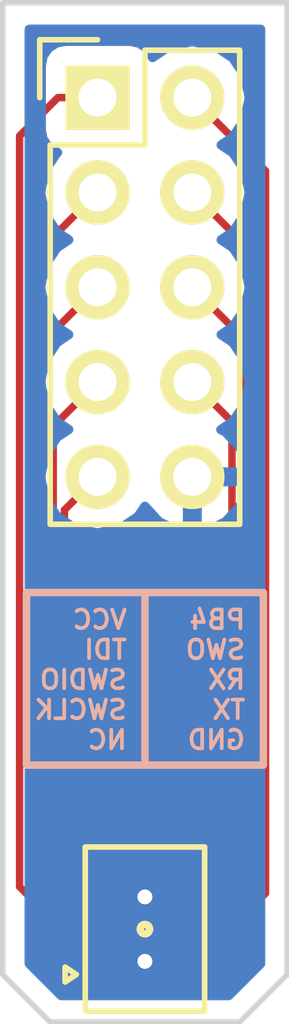
<source format=kicad_pcb>
(kicad_pcb (version 4) (host pcbnew 4.0.1-3.201512221402+6198~38~ubuntu14.04.1-stable)

  (general
    (links 14)
    (no_connects 0)
    (area 144.704999 81.204999 152.475001 108.660001)
    (thickness 1.6)
    (drawings 16)
    (tracks 51)
    (zones 0)
    (modules 2)
    (nets 11)
  )

  (page A4)
  (layers
    (0 F.Cu signal)
    (31 B.Cu signal)
    (32 B.Adhes user)
    (33 F.Adhes user)
    (34 B.Paste user)
    (35 F.Paste user)
    (36 B.SilkS user)
    (37 F.SilkS user)
    (38 B.Mask user)
    (39 F.Mask user)
    (40 Dwgs.User user)
    (41 Cmts.User user)
    (42 Eco1.User user)
    (43 Eco2.User user)
    (44 Edge.Cuts user)
    (45 Margin user)
    (46 B.CrtYd user)
    (47 F.CrtYd user)
    (48 B.Fab user)
    (49 F.Fab user)
  )

  (setup
    (last_trace_width 0.2)
    (trace_clearance 0.1)
    (zone_clearance 0.508)
    (zone_45_only no)
    (trace_min 0.2)
    (segment_width 0.2)
    (edge_width 0.15)
    (via_size 0.6)
    (via_drill 0.4)
    (via_min_size 0.4)
    (via_min_drill 0.3)
    (uvia_size 0.3)
    (uvia_drill 0.1)
    (uvias_allowed no)
    (uvia_min_size 0.2)
    (uvia_min_drill 0.1)
    (pcb_text_width 0.3)
    (pcb_text_size 1.5 1.5)
    (mod_edge_width 0.15)
    (mod_text_size 1 1)
    (mod_text_width 0.15)
    (pad_size 1.524 1.524)
    (pad_drill 0.762)
    (pad_to_mask_clearance 0.2)
    (aux_axis_origin 0 0)
    (visible_elements FFFFFF7F)
    (pcbplotparams
      (layerselection 0x010fc_80000001)
      (usegerberextensions false)
      (excludeedgelayer true)
      (linewidth 0.100000)
      (plotframeref false)
      (viasonmask false)
      (mode 1)
      (useauxorigin false)
      (hpglpennumber 1)
      (hpglpenspeed 20)
      (hpglpendiameter 15)
      (hpglpenoverlay 2)
      (psnegative false)
      (psa4output false)
      (plotreference true)
      (plotvalue true)
      (plotinvisibletext false)
      (padsonsilk false)
      (subtractmaskfromsilk false)
      (outputformat 1)
      (mirror false)
      (drillshape 0)
      (scaleselection 1)
      (outputdirectory /home/qbit/dev/kicad-boards/dash_connector/))
  )

  (net 0 "")
  (net 1 GND)
  (net 2 /VCC)
  (net 3 /PB4)
  (net 4 /JTAG_JTDI)
  (net 5 /JTAG_SWO)
  (net 6 /JTAG_SWDIO)
  (net 7 /DEBUG_RX)
  (net 8 /JTAG_SWCLK)
  (net 9 /DEBUG_TX)
  (net 10 /NC?)

  (net_class Default "This is the default net class."
    (clearance 0.1)
    (trace_width 0.2)
    (via_dia 0.6)
    (via_drill 0.4)
    (uvia_dia 0.3)
    (uvia_drill 0.1)
    (add_net /DEBUG_RX)
    (add_net /DEBUG_TX)
    (add_net /JTAG_JTDI)
    (add_net /JTAG_SWCLK)
    (add_net /JTAG_SWDIO)
    (add_net /JTAG_SWO)
    (add_net /NC?)
    (add_net /PB4)
    (add_net /VCC)
    (add_net GND)
  )

  (module Pin_Headers:Pin_Header_Straight_2x05 (layer F.Cu) (tedit 567F2AC0) (tstamp 567F28D2)
    (at 147.32 83.82)
    (descr "Through hole pin header")
    (tags "pin header")
    (path /567F2852)
    (fp_text reference P1 (at 0 -5.1) (layer F.SilkS) hide
      (effects (font (size 1 1) (thickness 0.15)))
    )
    (fp_text value CONN_02X05 (at 0 -3.1) (layer F.Fab) hide
      (effects (font (size 1 1) (thickness 0.15)))
    )
    (fp_line (start -1.75 -1.75) (end -1.75 11.95) (layer F.CrtYd) (width 0.05))
    (fp_line (start 4.3 -1.75) (end 4.3 11.95) (layer F.CrtYd) (width 0.05))
    (fp_line (start -1.75 -1.75) (end 4.3 -1.75) (layer F.CrtYd) (width 0.05))
    (fp_line (start -1.75 11.95) (end 4.3 11.95) (layer F.CrtYd) (width 0.05))
    (fp_line (start 3.81 -1.27) (end 3.81 11.43) (layer F.SilkS) (width 0.15))
    (fp_line (start 3.81 11.43) (end -1.27 11.43) (layer F.SilkS) (width 0.15))
    (fp_line (start -1.27 11.43) (end -1.27 1.27) (layer F.SilkS) (width 0.15))
    (fp_line (start 3.81 -1.27) (end 1.27 -1.27) (layer F.SilkS) (width 0.15))
    (fp_line (start 0 -1.55) (end -1.55 -1.55) (layer F.SilkS) (width 0.15))
    (fp_line (start 1.27 -1.27) (end 1.27 1.27) (layer F.SilkS) (width 0.15))
    (fp_line (start 1.27 1.27) (end -1.27 1.27) (layer F.SilkS) (width 0.15))
    (fp_line (start -1.55 -1.55) (end -1.55 0) (layer F.SilkS) (width 0.15))
    (pad 1 thru_hole rect (at 0 0) (size 1.7272 1.7272) (drill 1.016) (layers *.Cu *.Mask F.SilkS)
      (net 2 /VCC))
    (pad 2 thru_hole oval (at 2.54 0) (size 1.7272 1.7272) (drill 1.016) (layers *.Cu *.Mask F.SilkS)
      (net 3 /PB4))
    (pad 3 thru_hole oval (at 0 2.54) (size 1.7272 1.7272) (drill 1.016) (layers *.Cu *.Mask F.SilkS)
      (net 4 /JTAG_JTDI))
    (pad 4 thru_hole oval (at 2.54 2.54) (size 1.7272 1.7272) (drill 1.016) (layers *.Cu *.Mask F.SilkS)
      (net 5 /JTAG_SWO))
    (pad 5 thru_hole oval (at 0 5.08) (size 1.7272 1.7272) (drill 1.016) (layers *.Cu *.Mask F.SilkS)
      (net 6 /JTAG_SWDIO))
    (pad 6 thru_hole oval (at 2.54 5.08) (size 1.7272 1.7272) (drill 1.016) (layers *.Cu *.Mask F.SilkS)
      (net 7 /DEBUG_RX))
    (pad 7 thru_hole oval (at 0 7.62) (size 1.7272 1.7272) (drill 1.016) (layers *.Cu *.Mask F.SilkS)
      (net 8 /JTAG_SWCLK))
    (pad 8 thru_hole oval (at 2.54 7.62) (size 1.7272 1.7272) (drill 1.016) (layers *.Cu *.Mask F.SilkS)
      (net 9 /DEBUG_TX))
    (pad 9 thru_hole oval (at 0 10.16) (size 1.7272 1.7272) (drill 1.016) (layers *.Cu *.Mask F.SilkS)
      (net 10 /NC?))
    (pad 10 thru_hole oval (at 2.54 10.16) (size 1.7272 1.7272) (drill 1.016) (layers *.Cu *.Mask F.SilkS)
      (net 1 GND))
    (model Pin_Headers.3dshapes/Pin_Header_Straight_2x05.wrl
      (at (xyz 0.05 -0.2 0))
      (scale (xyz 1 1 1))
      (rotate (xyz 0 0 90))
    )
  )

  (module NQBit:AXE610124 (layer F.Cu) (tedit 56DB2E42) (tstamp 56DB2E42)
    (at 148.59 106.0958 180)
    (path /567F26F3)
    (fp_text reference U1 (at 0 3.1 180) (layer F.SilkS) hide
      (effects (font (size 1 1) (thickness 0.15)))
    )
    (fp_text value AXE610124 (at 0 -3 180) (layer F.Fab) hide
      (effects (font (size 1 1) (thickness 0.15)))
    )
    (fp_line (start 2.140053 -1.416305) (end 1.840053 -1.216305) (layer F.SilkS) (width 0.15))
    (fp_line (start 2.140053 -1.016305) (end 2.140053 -1.416305) (layer F.SilkS) (width 0.15))
    (fp_line (start 1.840053 -1.216305) (end 2.140053 -1.016305) (layer F.SilkS) (width 0.15))
    (fp_line (start -1.6 -2.2) (end -1.6 2.2) (layer F.SilkS) (width 0.15))
    (fp_line (start 1.6 -2.2) (end -1.6 -2.2) (layer F.SilkS) (width 0.15))
    (fp_line (start 1.6 2.2) (end 1.6 -2.2) (layer F.SilkS) (width 0.15))
    (fp_line (start -1.6 2.2) (end 1.6 2.2) (layer F.SilkS) (width 0.15))
    (pad 5 smd rect (at 0.875 0 180) (size 0.65 0.23) (layers F.Cu F.Paste F.Mask)
      (net 6 /JTAG_SWDIO))
    (pad 3 smd rect (at 0.875 -0.4 180) (size 0.65 0.23) (layers F.Cu F.Paste F.Mask)
      (net 4 /JTAG_JTDI))
    (pad 1 smd rect (at 0.875 -0.8 180) (size 0.65 0.23) (layers F.Cu F.Paste F.Mask)
      (net 2 /VCC))
    (pad 7 smd rect (at 0.875 0.4 180) (size 0.65 0.23) (layers F.Cu F.Paste F.Mask)
      (net 8 /JTAG_SWCLK))
    (pad 9 smd rect (at 0.875 0.8 180) (size 0.65 0.23) (layers F.Cu F.Paste F.Mask)
      (net 10 /NC?))
    (pad 6 smd rect (at -0.875 0 180) (size 0.65 0.23) (layers F.Cu F.Paste F.Mask)
      (net 7 /DEBUG_RX))
    (pad 4 smd rect (at -0.875 -0.4 180) (size 0.65 0.23) (layers F.Cu F.Paste F.Mask)
      (net 5 /JTAG_SWO))
    (pad 2 smd rect (at -0.875 -0.8 180) (size 0.65 0.23) (layers F.Cu F.Paste F.Mask)
      (net 3 /PB4))
    (pad 8 smd rect (at -0.875 0.4 180) (size 0.65 0.23) (layers F.Cu F.Paste F.Mask)
      (net 9 /DEBUG_TX))
    (pad 10 smd rect (at -0.875 0.8 180) (size 0.65 0.23) (layers F.Cu F.Paste F.Mask)
      (net 1 GND))
    (pad P4 smd rect (at 0.565 -1.6 180) (size 0.53 0.45) (layers F.Cu F.Paste F.Mask)
      (net 1 GND))
    (pad P1 smd rect (at -0.565 -1.6 180) (size 0.53 0.45) (layers F.Cu F.Paste F.Mask)
      (net 1 GND))
    (pad P2 smd rect (at -0.565 1.6 180) (size 0.53 0.45) (layers F.Cu F.Paste F.Mask)
      (net 1 GND))
    (pad P3 smd rect (at 0.565 1.6 180) (size 0.53 0.45) (layers F.Cu F.Paste F.Mask)
      (net 1 GND))
  )

  (gr_text "PB4\nSWO\nRX\nTX\nGND" (at 151.3332 99.4156) (layer B.SilkS) (tstamp 56DB30B7)
    (effects (font (size 0.5 0.5) (thickness 0.1)) (justify left mirror))
  )
  (gr_line (start 151.765 101.7016) (end 148.59 101.7016) (layer B.SilkS) (width 0.2) (tstamp 56DB3099))
  (gr_line (start 151.765 101.7016) (end 151.765 97.0788) (layer B.SilkS) (width 0.2) (tstamp 56DB3095))
  (gr_line (start 148.59 97.0788) (end 151.765 97.0788) (layer B.SilkS) (width 0.2) (tstamp 56DB3090))
  (gr_line (start 145.415 97.0788) (end 148.59 97.0788) (layer B.SilkS) (width 0.2))
  (gr_line (start 145.415 101.7016) (end 145.415 97.0788) (layer B.SilkS) (width 0.2))
  (gr_line (start 148.59 101.7016) (end 145.415 101.7016) (layer B.SilkS) (width 0.2))
  (gr_line (start 148.59 97.0788) (end 148.59 101.7016) (layer B.SilkS) (width 0.2))
  (gr_text "VCC\nTDI\nSWDIO\nSWCLK\nNC" (at 148.1582 99.4156) (layer B.SilkS)
    (effects (font (size 0.5 0.5) (thickness 0.1)) (justify left mirror))
  )
  (gr_circle (center 148.59 106.0958) (end 148.6154 106.0958) (layer F.SilkS) (width 0.2))
  (gr_line (start 151.13 108.585) (end 146.05 108.585) (layer Edge.Cuts) (width 0.15))
  (gr_line (start 152.4 107.315) (end 151.13 108.585) (layer Edge.Cuts) (width 0.15))
  (gr_line (start 152.4 81.28) (end 152.4 107.315) (layer Edge.Cuts) (width 0.15))
  (gr_line (start 144.78 81.28) (end 152.4 81.28) (layer Edge.Cuts) (width 0.15))
  (gr_line (start 144.78 107.315) (end 144.78 81.28) (layer Edge.Cuts) (width 0.15))
  (gr_line (start 146.05 108.585) (end 144.78 107.315) (layer Edge.Cuts) (width 0.15))

  (segment (start 149.155 107.6958) (end 149.155 107.5244) (width 0.2) (layer F.Cu) (net 1) (status 30))
  (segment (start 149.155 107.5244) (end 148.59 106.9594) (width 0.2) (layer F.Cu) (net 1) (status 10))
  (segment (start 148.025 107.6958) (end 148.025 107.5244) (width 0.2) (layer F.Cu) (net 1) (status 30))
  (segment (start 148.025 107.5244) (end 148.59 106.9594) (width 0.2) (layer F.Cu) (net 1) (status 10))
  (via (at 148.59 106.9594) (size 0.6) (drill 0.4) (layers F.Cu B.Cu) (net 1))
  (segment (start 149.465 105.2958) (end 148.6536 105.2958) (width 0.2) (layer F.Cu) (net 1) (status 10))
  (segment (start 148.6536 105.2958) (end 148.59 105.2322) (width 0.2) (layer F.Cu) (net 1))
  (segment (start 149.155 104.4958) (end 149.155 104.6672) (width 0.2) (layer F.Cu) (net 1) (status 30))
  (segment (start 149.155 104.6672) (end 148.59 105.2322) (width 0.2) (layer F.Cu) (net 1) (status 10))
  (segment (start 148.025 104.4958) (end 148.025 104.6672) (width 0.2) (layer F.Cu) (net 1) (status 30))
  (segment (start 148.025 104.6672) (end 148.59 105.2322) (width 0.2) (layer F.Cu) (net 1) (status 10))
  (via (at 148.59 105.2322) (size 0.6) (drill 0.4) (layers F.Cu B.Cu) (net 1))
  (segment (start 147.715 106.8958) (end 147.165722 106.8958) (width 0.2) (layer F.Cu) (net 2))
  (segment (start 147.165722 106.8958) (end 145.230959 104.961037) (width 0.2) (layer F.Cu) (net 2))
  (segment (start 145.230959 104.961037) (end 145.230959 84.845441) (width 0.2) (layer F.Cu) (net 2))
  (segment (start 145.230959 84.845441) (end 146.2564 83.82) (width 0.2) (layer F.Cu) (net 2))
  (segment (start 146.2564 83.82) (end 147.32 83.82) (width 0.2) (layer F.Cu) (net 2))
  (segment (start 149.465 106.8958) (end 150.062834 106.8958) (width 0.2) (layer F.Cu) (net 3) (status 10))
  (segment (start 150.062834 106.8958) (end 151.823631 105.135003) (width 0.2) (layer F.Cu) (net 3))
  (segment (start 151.823631 85.783631) (end 149.86 83.82) (width 0.2) (layer F.Cu) (net 3) (status 20))
  (segment (start 151.823631 105.135003) (end 151.823631 85.783631) (width 0.2) (layer F.Cu) (net 3))
  (segment (start 147.715 106.4958) (end 147.19 106.4958) (width 0.2) (layer F.Cu) (net 4))
  (segment (start 147.19 106.4958) (end 145.530969 104.836769) (width 0.2) (layer F.Cu) (net 4))
  (segment (start 145.530969 104.836769) (end 145.530969 88.149031) (width 0.2) (layer F.Cu) (net 4))
  (segment (start 145.530969 88.149031) (end 146.456401 87.223599) (width 0.2) (layer F.Cu) (net 4))
  (segment (start 146.456401 87.223599) (end 147.32 86.36) (width 0.2) (layer F.Cu) (net 4))
  (segment (start 149.465 106.4958) (end 150.038556 106.4958) (width 0.2) (layer F.Cu) (net 5) (status 10))
  (segment (start 151.523621 88.023621) (end 149.86 86.36) (width 0.2) (layer F.Cu) (net 5) (status 20))
  (segment (start 150.038556 106.4958) (end 151.523621 105.010735) (width 0.2) (layer F.Cu) (net 5))
  (segment (start 151.523621 105.010735) (end 151.523621 88.023621) (width 0.2) (layer F.Cu) (net 5))
  (segment (start 147.715 106.0958) (end 147.29072 106.0958) (width 0.2) (layer F.Cu) (net 6))
  (segment (start 147.29072 106.0958) (end 145.830979 104.636059) (width 0.2) (layer F.Cu) (net 6))
  (segment (start 145.830979 104.636059) (end 145.830979 90.389021) (width 0.2) (layer F.Cu) (net 6))
  (segment (start 145.830979 90.389021) (end 146.456401 89.763599) (width 0.2) (layer F.Cu) (net 6))
  (segment (start 146.456401 89.763599) (end 147.32 88.9) (width 0.2) (layer F.Cu) (net 6))
  (segment (start 149.465 106.0958) (end 150.014278 106.0958) (width 0.2) (layer F.Cu) (net 7) (status 10))
  (segment (start 150.014278 106.0958) (end 151.223611 104.886467) (width 0.2) (layer F.Cu) (net 7))
  (segment (start 151.223611 104.886467) (end 151.223611 90.263611) (width 0.2) (layer F.Cu) (net 7))
  (segment (start 151.223611 90.263611) (end 149.86 88.9) (width 0.2) (layer F.Cu) (net 7) (status 20))
  (segment (start 146.130989 92.629011) (end 147.32 91.44) (width 0.2) (layer F.Cu) (net 8) (status 20))
  (segment (start 146.130989 104.511791) (end 146.130989 92.629011) (width 0.2) (layer F.Cu) (net 8))
  (segment (start 147.715 105.6958) (end 147.314998 105.6958) (width 0.2) (layer F.Cu) (net 8) (status 10))
  (segment (start 147.314998 105.6958) (end 146.130989 104.511791) (width 0.2) (layer F.Cu) (net 8))
  (segment (start 149.465 105.6958) (end 149.99 105.6958) (width 0.2) (layer F.Cu) (net 9) (status 10))
  (segment (start 149.99 105.6958) (end 150.923601 104.762199) (width 0.2) (layer F.Cu) (net 9))
  (segment (start 150.923601 104.762199) (end 150.923601 92.503601) (width 0.2) (layer F.Cu) (net 9))
  (segment (start 150.923601 92.503601) (end 149.86 91.44) (width 0.2) (layer F.Cu) (net 9) (status 20))
  (segment (start 146.431 104.2218) (end 146.431 94.869) (width 0.2) (layer F.Cu) (net 10))
  (segment (start 146.431 94.869) (end 147.32 93.98) (width 0.2) (layer F.Cu) (net 10) (status 20))
  (segment (start 147.505 105.2958) (end 146.431 104.2218) (width 0.2) (layer F.Cu) (net 10) (status 10))
  (segment (start 147.715 105.2958) (end 147.505 105.2958) (width 0.2) (layer F.Cu) (net 10) (status 30))

  (zone (net 1) (net_name GND) (layer B.Cu) (tstamp 0) (hatch edge 0.508)
    (connect_pads (clearance 0.508))
    (min_thickness 0.254)
    (fill yes (arc_segments 16) (thermal_gap 0.508) (thermal_bridge_width 0.508))
    (polygon
      (pts
        (xy 151.13 108.585) (xy 146.05 108.585) (xy 144.78 107.315) (xy 144.78 81.28) (xy 152.4 81.28)
        (xy 152.4 107.315)
      )
    )
    (filled_polygon
      (pts
        (xy 151.69 107.020908) (xy 150.835908 107.875) (xy 146.344092 107.875) (xy 145.49 107.020908) (xy 145.49 86.36)
        (xy 145.792041 86.36) (xy 145.906115 86.933489) (xy 146.230971 87.41967) (xy 146.545752 87.63) (xy 146.230971 87.84033)
        (xy 145.906115 88.326511) (xy 145.792041 88.9) (xy 145.906115 89.473489) (xy 146.230971 89.95967) (xy 146.545752 90.17)
        (xy 146.230971 90.38033) (xy 145.906115 90.866511) (xy 145.792041 91.44) (xy 145.906115 92.013489) (xy 146.230971 92.49967)
        (xy 146.545752 92.71) (xy 146.230971 92.92033) (xy 145.906115 93.406511) (xy 145.792041 93.98) (xy 145.906115 94.553489)
        (xy 146.230971 95.03967) (xy 146.717152 95.364526) (xy 147.290641 95.4786) (xy 147.349359 95.4786) (xy 147.922848 95.364526)
        (xy 148.409029 95.03967) (xy 148.589992 94.768839) (xy 148.97151 95.186821) (xy 149.500973 95.434968) (xy 149.733 95.314469)
        (xy 149.733 94.107) (xy 149.987 94.107) (xy 149.987 95.314469) (xy 150.219027 95.434968) (xy 150.74849 95.186821)
        (xy 151.142688 94.754947) (xy 151.314958 94.339026) (xy 151.193817 94.107) (xy 149.987 94.107) (xy 149.733 94.107)
        (xy 149.713 94.107) (xy 149.713 93.853) (xy 149.733 93.853) (xy 149.733 93.833) (xy 149.987 93.833)
        (xy 149.987 93.853) (xy 151.193817 93.853) (xy 151.314958 93.620974) (xy 151.142688 93.205053) (xy 150.74849 92.773179)
        (xy 150.625772 92.715664) (xy 150.949029 92.49967) (xy 151.273885 92.013489) (xy 151.387959 91.44) (xy 151.273885 90.866511)
        (xy 150.949029 90.38033) (xy 150.634248 90.17) (xy 150.949029 89.95967) (xy 151.273885 89.473489) (xy 151.387959 88.9)
        (xy 151.273885 88.326511) (xy 150.949029 87.84033) (xy 150.634248 87.63) (xy 150.949029 87.41967) (xy 151.273885 86.933489)
        (xy 151.387959 86.36) (xy 151.273885 85.786511) (xy 150.949029 85.30033) (xy 150.634248 85.09) (xy 150.949029 84.87967)
        (xy 151.273885 84.393489) (xy 151.387959 83.82) (xy 151.273885 83.246511) (xy 150.949029 82.76033) (xy 150.462848 82.435474)
        (xy 149.889359 82.3214) (xy 149.830641 82.3214) (xy 149.257152 82.435474) (xy 148.791558 82.746574) (xy 148.786762 82.721083)
        (xy 148.64769 82.504959) (xy 148.43549 82.359969) (xy 148.1836 82.30896) (xy 146.4564 82.30896) (xy 146.221083 82.353238)
        (xy 146.004959 82.49231) (xy 145.859969 82.70451) (xy 145.80896 82.9564) (xy 145.80896 84.6836) (xy 145.853238 84.918917)
        (xy 145.99231 85.135041) (xy 146.20451 85.280031) (xy 146.248131 85.288864) (xy 146.230971 85.30033) (xy 145.906115 85.786511)
        (xy 145.792041 86.36) (xy 145.49 86.36) (xy 145.49 81.99) (xy 151.69 81.99)
      )
    )
  )
)

</source>
